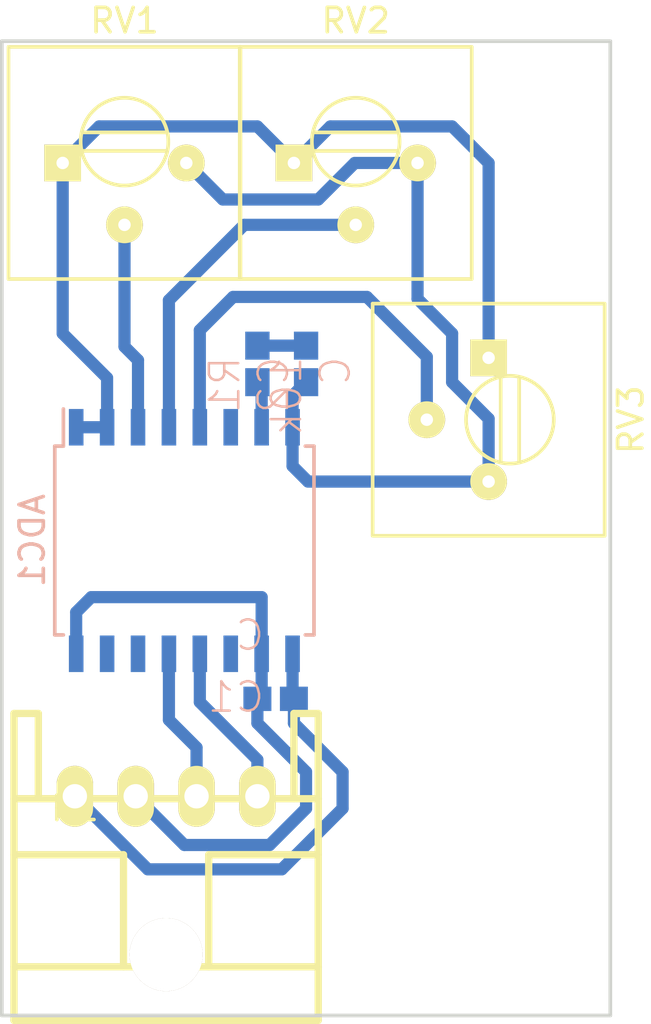
<source format=kicad_pcb>
(kicad_pcb (version 4) (host pcbnew 4.0.6)

  (general
    (links 23)
    (no_connects 3)
    (area 0 0 0 0)
    (thickness 1.6)
    (drawings 4)
    (tracks 65)
    (zones 0)
    (modules 8)
    (nets 9)
  )

  (page A4)
  (layers
    (0 F.Cu signal)
    (31 B.Cu signal)
    (32 B.Adhes user)
    (33 F.Adhes user)
    (34 B.Paste user)
    (35 F.Paste user)
    (36 B.SilkS user)
    (37 F.SilkS user)
    (38 B.Mask user)
    (39 F.Mask user)
    (40 Dwgs.User user)
    (41 Cmts.User user)
    (42 Eco1.User user)
    (43 Eco2.User user)
    (44 Edge.Cuts user)
    (45 Margin user)
    (46 B.CrtYd user)
    (47 F.CrtYd user)
    (48 B.Fab user)
    (49 F.Fab user)
  )

  (setup
    (last_trace_width 0.5)
    (user_trace_width 0.5)
    (user_trace_width 1)
    (trace_clearance 0.2)
    (zone_clearance 0.4)
    (zone_45_only no)
    (trace_min 0.2)
    (segment_width 0.2)
    (edge_width 0.15)
    (via_size 0.6)
    (via_drill 0.4)
    (via_min_size 0.4)
    (via_min_drill 0.3)
    (user_via 1.2 0.8)
    (uvia_size 0.3)
    (uvia_drill 0.1)
    (uvias_allowed no)
    (uvia_min_size 0.2)
    (uvia_min_drill 0.1)
    (pcb_text_width 0.3)
    (pcb_text_size 1.5 1.5)
    (mod_edge_width 0.15)
    (mod_text_size 1 1)
    (mod_text_width 0.15)
    (pad_size 1.524 1.524)
    (pad_drill 0.762)
    (pad_to_mask_clearance 0.2)
    (aux_axis_origin 0 0)
    (visible_elements 7FFFFFFF)
    (pcbplotparams
      (layerselection 0x00030_80000001)
      (usegerberextensions false)
      (excludeedgelayer true)
      (linewidth 0.100000)
      (plotframeref false)
      (viasonmask false)
      (mode 1)
      (useauxorigin false)
      (hpglpennumber 1)
      (hpglpenspeed 20)
      (hpglpendiameter 15)
      (hpglpenoverlay 2)
      (psnegative false)
      (psa4output false)
      (plotreference true)
      (plotvalue true)
      (plotinvisibletext false)
      (padsonsilk false)
      (subtractmaskfromsilk false)
      (outputformat 1)
      (mirror false)
      (drillshape 1)
      (scaleselection 1)
      (outputdirectory ""))
  )

  (net 0 "")
  (net 1 +3.3V)
  (net 2 /IN0)
  (net 3 /IN1)
  (net 4 /IN2)
  (net 5 "Net-(ADC1-Pad7)")
  (net 6 GND)
  (net 7 /TX)
  (net 8 /RX)

  (net_class Default "これは標準のネット クラスです。"
    (clearance 0.2)
    (trace_width 0.25)
    (via_dia 0.6)
    (via_drill 0.4)
    (uvia_dia 0.3)
    (uvia_drill 0.1)
    (add_net +3.3V)
    (add_net /IN0)
    (add_net /IN1)
    (add_net /IN2)
    (add_net /RX)
    (add_net /TX)
    (add_net GND)
    (add_net "Net-(ADC1-Pad7)")
  )

  (module Housings_SOIC:SOIC-16_7.5x10.3mm_Pitch1.27mm (layer B.Cu) (tedit 54130A77) (tstamp 58F5EB7F)
    (at 7.5 20.5 270)
    (descr "16-Lead Plastic Small Outline (SO) - Wide, 7.50 mm Body [SOIC] (see Microchip Packaging Specification 00000049BS.pdf)")
    (tags "SOIC 1.27")
    (path /58F5EA4E)
    (attr smd)
    (fp_text reference ADC1 (at 0 6.25 270) (layer B.SilkS)
      (effects (font (size 1 1) (thickness 0.15)) (justify mirror))
    )
    (fp_text value Si8900 (at 0 -6.25 270) (layer B.Fab)
      (effects (font (size 1 1) (thickness 0.15)) (justify mirror))
    )
    (fp_line (start -5.65 5.5) (end -5.65 -5.5) (layer B.CrtYd) (width 0.05))
    (fp_line (start 5.65 5.5) (end 5.65 -5.5) (layer B.CrtYd) (width 0.05))
    (fp_line (start -5.65 5.5) (end 5.65 5.5) (layer B.CrtYd) (width 0.05))
    (fp_line (start -5.65 -5.5) (end 5.65 -5.5) (layer B.CrtYd) (width 0.05))
    (fp_line (start -3.875 5.325) (end -3.875 4.97) (layer B.SilkS) (width 0.15))
    (fp_line (start 3.875 5.325) (end 3.875 4.97) (layer B.SilkS) (width 0.15))
    (fp_line (start 3.875 -5.325) (end 3.875 -4.97) (layer B.SilkS) (width 0.15))
    (fp_line (start -3.875 -5.325) (end -3.875 -4.97) (layer B.SilkS) (width 0.15))
    (fp_line (start -3.875 5.325) (end 3.875 5.325) (layer B.SilkS) (width 0.15))
    (fp_line (start -3.875 -5.325) (end 3.875 -5.325) (layer B.SilkS) (width 0.15))
    (fp_line (start -3.875 4.97) (end -5.4 4.97) (layer B.SilkS) (width 0.15))
    (pad 1 smd rect (at -4.65 4.445 270) (size 1.5 0.6) (layers B.Cu B.Paste B.Mask)
      (net 1 +3.3V))
    (pad 2 smd rect (at -4.65 3.175 270) (size 1.5 0.6) (layers B.Cu B.Paste B.Mask)
      (net 1 +3.3V))
    (pad 3 smd rect (at -4.65 1.905 270) (size 1.5 0.6) (layers B.Cu B.Paste B.Mask)
      (net 2 /IN0))
    (pad 4 smd rect (at -4.65 0.635 270) (size 1.5 0.6) (layers B.Cu B.Paste B.Mask)
      (net 3 /IN1))
    (pad 5 smd rect (at -4.65 -0.635 270) (size 1.5 0.6) (layers B.Cu B.Paste B.Mask)
      (net 4 /IN2))
    (pad 6 smd rect (at -4.65 -1.905 270) (size 1.5 0.6) (layers B.Cu B.Paste B.Mask))
    (pad 7 smd rect (at -4.65 -3.175 270) (size 1.5 0.6) (layers B.Cu B.Paste B.Mask)
      (net 5 "Net-(ADC1-Pad7)"))
    (pad 8 smd rect (at -4.65 -4.445 270) (size 1.5 0.6) (layers B.Cu B.Paste B.Mask)
      (net 6 GND))
    (pad 9 smd rect (at 4.65 -4.445 270) (size 1.5 0.6) (layers B.Cu B.Paste B.Mask)
      (net 6 GND))
    (pad 10 smd rect (at 4.65 -3.175 270) (size 1.5 0.6) (layers B.Cu B.Paste B.Mask)
      (net 1 +3.3V))
    (pad 11 smd rect (at 4.65 -1.905 270) (size 1.5 0.6) (layers B.Cu B.Paste B.Mask))
    (pad 12 smd rect (at 4.65 -0.635 270) (size 1.5 0.6) (layers B.Cu B.Paste B.Mask)
      (net 7 /TX))
    (pad 13 smd rect (at 4.65 0.635 270) (size 1.5 0.6) (layers B.Cu B.Paste B.Mask)
      (net 8 /RX))
    (pad 14 smd rect (at 4.65 1.905 270) (size 1.5 0.6) (layers B.Cu B.Paste B.Mask))
    (pad 15 smd rect (at 4.65 3.175 270) (size 1.5 0.6) (layers B.Cu B.Paste B.Mask))
    (pad 16 smd rect (at 4.65 4.445 270) (size 1.5 0.6) (layers B.Cu B.Paste B.Mask)
      (net 1 +3.3V))
    (model Housings_SOIC.3dshapes/SOIC-16_7.5x10.3mm_Pitch1.27mm.wrl
      (at (xyz 0 0 0))
      (scale (xyz 1 1 1))
      (rotate (xyz 0 0 0))
    )
  )

  (module RP_KiCAD_Libs:C1608_NP (layer B.Cu) (tedit 58C9EFDC) (tstamp 58F5EB85)
    (at 11.5 27)
    (descr <b>CAPACITOR</b>)
    (path /58F5F87D)
    (fp_text reference C1 (at -0.635 0.635) (layer B.SilkS)
      (effects (font (size 1.2065 1.2065) (thickness 0.1016)) (justify left bottom mirror))
    )
    (fp_text value C (at -0.635 -1.905) (layer B.SilkS)
      (effects (font (size 1.2065 1.2065) (thickness 0.1016)) (justify left bottom mirror))
    )
    (fp_line (start -0.356 0.432) (end 0.356 0.432) (layer Dwgs.User) (width 0.1016))
    (fp_line (start -0.356 -0.419) (end 0.356 -0.419) (layer Dwgs.User) (width 0.1016))
    (fp_poly (pts (xy -0.8382 -0.4699) (xy -0.3381 -0.4699) (xy -0.3381 0.4801) (xy -0.8382 0.4801)) (layer Dwgs.User) (width 0))
    (fp_poly (pts (xy 0.3302 -0.4699) (xy 0.8303 -0.4699) (xy 0.8303 0.4801) (xy 0.3302 0.4801)) (layer Dwgs.User) (width 0))
    (fp_poly (pts (xy -0.1999 -0.3) (xy 0.1999 -0.3) (xy 0.1999 0.3) (xy -0.1999 0.3)) (layer B.Adhes) (width 0))
    (pad 1 smd rect (at -1 0) (size 1.15 1) (layers B.Cu B.Paste B.Mask)
      (net 1 +3.3V))
    (pad 2 smd rect (at 0.5 0) (size 1.15 1) (layers B.Cu B.Paste B.Mask)
      (net 6 GND))
    (model Resistors_SMD.3dshapes/R_0603.wrl
      (at (xyz 0 0 0))
      (scale (xyz 1 1 1))
      (rotate (xyz 0 0 0))
    )
  )

  (module RP_KiCAD_Libs:C1608_NP (layer B.Cu) (tedit 58C9EFDC) (tstamp 58F5EB8B)
    (at 12.5 13.5 270)
    (descr <b>CAPACITOR</b>)
    (path /58F5EBE0)
    (fp_text reference C2 (at -0.635 0.635 270) (layer B.SilkS)
      (effects (font (size 1.2065 1.2065) (thickness 0.1016)) (justify left bottom mirror))
    )
    (fp_text value C (at -0.635 -1.905 270) (layer B.SilkS)
      (effects (font (size 1.2065 1.2065) (thickness 0.1016)) (justify left bottom mirror))
    )
    (fp_line (start -0.356 0.432) (end 0.356 0.432) (layer Dwgs.User) (width 0.1016))
    (fp_line (start -0.356 -0.419) (end 0.356 -0.419) (layer Dwgs.User) (width 0.1016))
    (fp_poly (pts (xy -0.8382 -0.4699) (xy -0.3381 -0.4699) (xy -0.3381 0.4801) (xy -0.8382 0.4801)) (layer Dwgs.User) (width 0))
    (fp_poly (pts (xy 0.3302 -0.4699) (xy 0.8303 -0.4699) (xy 0.8303 0.4801) (xy 0.3302 0.4801)) (layer Dwgs.User) (width 0))
    (fp_poly (pts (xy -0.1999 -0.3) (xy 0.1999 -0.3) (xy 0.1999 0.3) (xy -0.1999 0.3)) (layer B.Adhes) (width 0))
    (pad 1 smd rect (at -1 0 270) (size 1.15 1) (layers B.Cu B.Paste B.Mask)
      (net 1 +3.3V))
    (pad 2 smd rect (at 0.5 0 270) (size 1.15 1) (layers B.Cu B.Paste B.Mask)
      (net 6 GND))
    (model Resistors_SMD.3dshapes/R_0603.wrl
      (at (xyz 0 0 0))
      (scale (xyz 1 1 1))
      (rotate (xyz 0 0 0))
    )
  )

  (module RP_KiCAD_Connector:XA_4LC (layer F.Cu) (tedit 585B7649) (tstamp 58F5EB94)
    (at 3 31)
    (path /58F5F47B)
    (fp_text reference P1 (at 0 0.5) (layer F.SilkS)
      (effects (font (size 1 1) (thickness 0.15)))
    )
    (fp_text value CONN_01X04 (at 3.5 8) (layer F.Fab)
      (effects (font (size 1 1) (thickness 0.15)))
    )
    (fp_line (start 10 9.2) (end -2.5 9.2) (layer F.SilkS) (width 0.3))
    (fp_line (start 10 -3.4) (end 10 9.2) (layer F.SilkS) (width 0.3))
    (fp_line (start 9 0.1) (end 9 -3.4) (layer F.SilkS) (width 0.3))
    (fp_line (start 9 -3.4) (end 10 -3.4) (layer F.SilkS) (width 0.3))
    (fp_line (start -2.5 0.1) (end 10 0.1) (layer F.SilkS) (width 0.3))
    (fp_line (start 5.5 2.4) (end 5.5 7) (layer F.SilkS) (width 0.3))
    (fp_line (start 5.5 2.4) (end 10 2.4) (layer F.SilkS) (width 0.3))
    (fp_line (start 2 7) (end 2 2.4) (layer F.SilkS) (width 0.3))
    (fp_line (start 2 2.4) (end -2.5 2.4) (layer F.SilkS) (width 0.3))
    (fp_line (start -2.5 7) (end 10 7) (layer F.SilkS) (width 0.3))
    (fp_line (start -2.5 -3.4) (end -2.5 9.2) (layer F.SilkS) (width 0.3))
    (fp_line (start -2.5 -3.4) (end -1.5 -3.4) (layer F.SilkS) (width 0.3))
    (fp_line (start -1.5 -3.4) (end -1.5 0.1) (layer F.SilkS) (width 0.3))
    (pad 1 thru_hole oval (at 0 0) (size 1.5 2.5) (drill 1) (layers *.Cu *.Mask F.SilkS)
      (net 6 GND))
    (pad 2 thru_hole oval (at 2.5 0) (size 1.5 2.5) (drill 1) (layers *.Cu *.Mask F.SilkS)
      (net 1 +3.3V))
    (pad 3 thru_hole oval (at 5 0) (size 1.5 2.5) (drill 1) (layers *.Cu *.Mask F.SilkS)
      (net 8 /RX))
    (pad 4 thru_hole oval (at 7.5 0) (size 1.5 2.5) (drill 1) (layers *.Cu *.Mask F.SilkS)
      (net 7 /TX))
    (pad "" thru_hole circle (at 3.75 6.5) (size 3 3) (drill 3) (layers *.Cu *.Mask F.SilkS)
      (clearance -0.3))
    (model conn_XA/XA_4S.wrl
      (at (xyz 0.15 -0.2 0))
      (scale (xyz 4 4 4))
      (rotate (xyz 0 0 180))
    )
  )

  (module RP_KiCAD_Libs:C1608_NP (layer B.Cu) (tedit 58C9EFDC) (tstamp 58F5EB9A)
    (at 10.5 13.5 270)
    (descr <b>CAPACITOR</b>)
    (path /58F5EAA4)
    (fp_text reference R1 (at -0.635 0.635 270) (layer B.SilkS)
      (effects (font (size 1.2065 1.2065) (thickness 0.1016)) (justify left bottom mirror))
    )
    (fp_text value 10k (at -0.635 -1.905 270) (layer B.SilkS)
      (effects (font (size 1.2065 1.2065) (thickness 0.1016)) (justify left bottom mirror))
    )
    (fp_line (start -0.356 0.432) (end 0.356 0.432) (layer Dwgs.User) (width 0.1016))
    (fp_line (start -0.356 -0.419) (end 0.356 -0.419) (layer Dwgs.User) (width 0.1016))
    (fp_poly (pts (xy -0.8382 -0.4699) (xy -0.3381 -0.4699) (xy -0.3381 0.4801) (xy -0.8382 0.4801)) (layer Dwgs.User) (width 0))
    (fp_poly (pts (xy 0.3302 -0.4699) (xy 0.8303 -0.4699) (xy 0.8303 0.4801) (xy 0.3302 0.4801)) (layer Dwgs.User) (width 0))
    (fp_poly (pts (xy -0.1999 -0.3) (xy 0.1999 -0.3) (xy 0.1999 0.3) (xy -0.1999 0.3)) (layer B.Adhes) (width 0))
    (pad 1 smd rect (at -1 0 270) (size 1.15 1) (layers B.Cu B.Paste B.Mask)
      (net 1 +3.3V))
    (pad 2 smd rect (at 0.5 0 270) (size 1.15 1) (layers B.Cu B.Paste B.Mask)
      (net 5 "Net-(ADC1-Pad7)"))
    (model Resistors_SMD.3dshapes/R_0603.wrl
      (at (xyz 0 0 0))
      (scale (xyz 1 1 1))
      (rotate (xyz 0 0 0))
    )
  )

  (module Potentiometers:Potentiometer_Trimmer-Suntan-TSR-3386P (layer F.Cu) (tedit 53F6A994) (tstamp 58F5EBA1)
    (at 2.5 5)
    (path /58F5EEE0)
    (fp_text reference RV1 (at 2.54 -5.842) (layer F.SilkS)
      (effects (font (size 1 1) (thickness 0.15)))
    )
    (fp_text value POT (at 2.54 6.096) (layer F.Fab)
      (effects (font (size 1 1) (thickness 0.15)))
    )
    (fp_line (start 0.84 -1.255) (end 4.24 -1.255) (layer F.SilkS) (width 0.15))
    (fp_line (start 0.84 -0.495) (end 4.24 -0.495) (layer F.SilkS) (width 0.15))
    (fp_line (start -2.225 -4.765) (end 7.305 -4.765) (layer F.SilkS) (width 0.15))
    (fp_line (start 7.305 -4.765) (end 7.305 4.765) (layer F.SilkS) (width 0.15))
    (fp_line (start 7.305 4.765) (end -2.225 4.765) (layer F.SilkS) (width 0.15))
    (fp_line (start -2.225 4.765) (end -2.225 -4.765) (layer F.SilkS) (width 0.15))
    (fp_circle (center 2.54 -0.875) (end 4.115 0) (layer F.SilkS) (width 0.15))
    (pad 3 thru_hole circle (at 5.08 0) (size 1.51 1.51) (drill 0.51) (layers *.Cu *.Mask F.SilkS)
      (net 6 GND))
    (pad 1 thru_hole rect (at 0 0) (size 1.51 1.51) (drill 0.51) (layers *.Cu *.Mask F.SilkS)
      (net 1 +3.3V))
    (pad 2 thru_hole circle (at 2.54 2.54) (size 1.51 1.51) (drill 0.51) (layers *.Cu *.Mask F.SilkS)
      (net 2 /IN0))
  )

  (module Potentiometers:Potentiometer_Trimmer-Suntan-TSR-3386P (layer F.Cu) (tedit 53F6A994) (tstamp 58F5EBA8)
    (at 12 5)
    (path /58F5F27E)
    (fp_text reference RV2 (at 2.54 -5.842) (layer F.SilkS)
      (effects (font (size 1 1) (thickness 0.15)))
    )
    (fp_text value POT (at 2.54 6.096) (layer F.Fab)
      (effects (font (size 1 1) (thickness 0.15)))
    )
    (fp_line (start 0.84 -1.255) (end 4.24 -1.255) (layer F.SilkS) (width 0.15))
    (fp_line (start 0.84 -0.495) (end 4.24 -0.495) (layer F.SilkS) (width 0.15))
    (fp_line (start -2.225 -4.765) (end 7.305 -4.765) (layer F.SilkS) (width 0.15))
    (fp_line (start 7.305 -4.765) (end 7.305 4.765) (layer F.SilkS) (width 0.15))
    (fp_line (start 7.305 4.765) (end -2.225 4.765) (layer F.SilkS) (width 0.15))
    (fp_line (start -2.225 4.765) (end -2.225 -4.765) (layer F.SilkS) (width 0.15))
    (fp_circle (center 2.54 -0.875) (end 4.115 0) (layer F.SilkS) (width 0.15))
    (pad 3 thru_hole circle (at 5.08 0) (size 1.51 1.51) (drill 0.51) (layers *.Cu *.Mask F.SilkS)
      (net 6 GND))
    (pad 1 thru_hole rect (at 0 0) (size 1.51 1.51) (drill 0.51) (layers *.Cu *.Mask F.SilkS)
      (net 1 +3.3V))
    (pad 2 thru_hole circle (at 2.54 2.54) (size 1.51 1.51) (drill 0.51) (layers *.Cu *.Mask F.SilkS)
      (net 3 /IN1))
  )

  (module Potentiometers:Potentiometer_Trimmer-Suntan-TSR-3386P (layer F.Cu) (tedit 53F6A994) (tstamp 58F5EBAF)
    (at 20 13 270)
    (path /58F5F3C6)
    (fp_text reference RV3 (at 2.54 -5.842 270) (layer F.SilkS)
      (effects (font (size 1 1) (thickness 0.15)))
    )
    (fp_text value POT (at 2.54 6.096 270) (layer F.Fab)
      (effects (font (size 1 1) (thickness 0.15)))
    )
    (fp_line (start 0.84 -1.255) (end 4.24 -1.255) (layer F.SilkS) (width 0.15))
    (fp_line (start 0.84 -0.495) (end 4.24 -0.495) (layer F.SilkS) (width 0.15))
    (fp_line (start -2.225 -4.765) (end 7.305 -4.765) (layer F.SilkS) (width 0.15))
    (fp_line (start 7.305 -4.765) (end 7.305 4.765) (layer F.SilkS) (width 0.15))
    (fp_line (start 7.305 4.765) (end -2.225 4.765) (layer F.SilkS) (width 0.15))
    (fp_line (start -2.225 4.765) (end -2.225 -4.765) (layer F.SilkS) (width 0.15))
    (fp_circle (center 2.54 -0.875) (end 4.115 0) (layer F.SilkS) (width 0.15))
    (pad 3 thru_hole circle (at 5.08 0 270) (size 1.51 1.51) (drill 0.51) (layers *.Cu *.Mask F.SilkS)
      (net 6 GND))
    (pad 1 thru_hole rect (at 0 0 270) (size 1.51 1.51) (drill 0.51) (layers *.Cu *.Mask F.SilkS)
      (net 1 +3.3V))
    (pad 2 thru_hole circle (at 2.54 2.54 270) (size 1.51 1.51) (drill 0.51) (layers *.Cu *.Mask F.SilkS)
      (net 4 /IN2))
  )

  (gr_line (start 0 40) (end 0 0) (angle 90) (layer Edge.Cuts) (width 0.15))
  (gr_line (start 25 40) (end 0 40) (angle 90) (layer Edge.Cuts) (width 0.15))
  (gr_line (start 25 0) (end 25 40) (angle 90) (layer Edge.Cuts) (width 0.15))
  (gr_line (start 0 0) (end 25 0) (angle 90) (layer Edge.Cuts) (width 0.15))

  (segment (start 5.5 31) (end 7.5 33) (width 0.5) (layer B.Cu) (net 1) (status 400000))
  (segment (start 10.5 28) (end 10.5 27) (width 0.5) (layer B.Cu) (net 1) (tstamp 58F5EDC9) (status 800000))
  (segment (start 12.5 30) (end 10.5 28) (width 0.5) (layer B.Cu) (net 1) (tstamp 58F5EDC8))
  (segment (start 12.5 31.5) (end 12.5 30) (width 0.5) (layer B.Cu) (net 1) (tstamp 58F5EDC7))
  (segment (start 11 33) (end 12.5 31.5) (width 0.5) (layer B.Cu) (net 1) (tstamp 58F5EDC6))
  (segment (start 7.5 33) (end 11 33) (width 0.5) (layer B.Cu) (net 1) (tstamp 58F5EDC4))
  (segment (start 10.675 25.15) (end 10.675 26.825) (width 0.5) (layer B.Cu) (net 1) (status C00000))
  (segment (start 10.675 26.825) (end 10.5 27) (width 0.5) (layer B.Cu) (net 1) (tstamp 58F5EDB4) (status C00000))
  (segment (start 2.5 5) (end 2.5 12) (width 0.5) (layer B.Cu) (net 1))
  (segment (start 4.325 13.825) (end 4.325 15.85) (width 0.5) (layer B.Cu) (net 1) (tstamp 58F5ED7F))
  (segment (start 2.5 12) (end 4.325 13.825) (width 0.5) (layer B.Cu) (net 1) (tstamp 58F5ED7E))
  (segment (start 12 5) (end 10.5 3.5) (width 0.5) (layer B.Cu) (net 1))
  (segment (start 4 3.5) (end 2.5 5) (width 0.5) (layer B.Cu) (net 1) (tstamp 58F5ED77))
  (segment (start 10.5 3.5) (end 4 3.5) (width 0.5) (layer B.Cu) (net 1) (tstamp 58F5ED76))
  (segment (start 20 13) (end 20 5) (width 0.5) (layer B.Cu) (net 1))
  (segment (start 13.5 3.5) (end 12 5) (width 0.5) (layer B.Cu) (net 1) (tstamp 58F5ED72))
  (segment (start 18.5 3.5) (end 13.5 3.5) (width 0.5) (layer B.Cu) (net 1) (tstamp 58F5ED70))
  (segment (start 20 5) (end 18.5 3.5) (width 0.5) (layer B.Cu) (net 1) (tstamp 58F5ED6E))
  (segment (start 3.055 15.85) (end 4.325 15.85) (width 0.5) (layer B.Cu) (net 1))
  (segment (start 3.055 25.15) (end 3.055 23.445) (width 0.5) (layer B.Cu) (net 1))
  (segment (start 3.675 22.825) (end 10.675 22.825) (width 0.5) (layer B.Cu) (net 1) (tstamp 58F5ED41))
  (segment (start 3.055 23.445) (end 3.675 22.825) (width 0.5) (layer B.Cu) (net 1) (tstamp 58F5ED40))
  (segment (start 10.675 22.825) (end 10.675 25.15) (width 0.5) (layer B.Cu) (net 1) (tstamp 58F5ED3C))
  (segment (start 10.5 12.5) (end 12.5 12.5) (width 0.5) (layer B.Cu) (net 1))
  (segment (start 5.595 15.85) (end 5.595 13.095) (width 0.5) (layer B.Cu) (net 2))
  (segment (start 5.04 12.54) (end 5.04 7.54) (width 0.5) (layer B.Cu) (net 2) (tstamp 58F5ED4F))
  (segment (start 5.595 13.095) (end 5.04 12.54) (width 0.5) (layer B.Cu) (net 2) (tstamp 58F5ED4E))
  (segment (start 6.865 15.85) (end 6.865 10.635) (width 0.5) (layer B.Cu) (net 3))
  (segment (start 9.96 7.54) (end 14.54 7.54) (width 0.5) (layer B.Cu) (net 3) (tstamp 58F5ED54))
  (segment (start 6.865 10.635) (end 9.96 7.54) (width 0.5) (layer B.Cu) (net 3) (tstamp 58F5ED52))
  (segment (start 8.135 15.85) (end 8.135 11.865) (width 0.5) (layer B.Cu) (net 4))
  (segment (start 17.46 12.96) (end 17.46 15.54) (width 0.5) (layer B.Cu) (net 4) (tstamp 58F5ED5C))
  (segment (start 15 10.5) (end 17.46 12.96) (width 0.5) (layer B.Cu) (net 4) (tstamp 58F5ED5A))
  (segment (start 9.5 10.5) (end 15 10.5) (width 0.5) (layer B.Cu) (net 4) (tstamp 58F5ED59))
  (segment (start 8.135 11.865) (end 9.5 10.5) (width 0.5) (layer B.Cu) (net 4) (tstamp 58F5ED58))
  (segment (start 10.5 14) (end 10.675 14.175) (width 0.5) (layer B.Cu) (net 5) (status C00000))
  (segment (start 10.675 14.175) (end 10.675 15.85) (width 0.5) (layer B.Cu) (net 5) (tstamp 58F5EDD3) (status C00000))
  (segment (start 11.945 15.85) (end 11.945 17.445) (width 0.5) (layer B.Cu) (net 6) (status 400000))
  (segment (start 12.58 18.08) (end 20 18.08) (width 0.5) (layer B.Cu) (net 6) (tstamp 58F5EDDF) (status 800000))
  (segment (start 11.945 17.445) (end 12.58 18.08) (width 0.5) (layer B.Cu) (net 6) (tstamp 58F5EDDE))
  (segment (start 11.945 15.85) (end 11.945 14.555) (width 0.5) (layer B.Cu) (net 6) (status 400000))
  (segment (start 11.945 14.555) (end 12.5 14) (width 0.5) (layer B.Cu) (net 6) (tstamp 58F5EDD0) (status 800000))
  (segment (start 12 27) (end 12 28) (width 0.5) (layer B.Cu) (net 6) (status 400000))
  (segment (start 6 34) (end 3 31) (width 0.5) (layer B.Cu) (net 6) (tstamp 58F5EDC0) (status 800000))
  (segment (start 11.5 34) (end 6 34) (width 0.5) (layer B.Cu) (net 6) (tstamp 58F5EDBE))
  (segment (start 14 31.5) (end 11.5 34) (width 0.5) (layer B.Cu) (net 6) (tstamp 58F5EDBD))
  (segment (start 14 30) (end 14 31.5) (width 0.5) (layer B.Cu) (net 6) (tstamp 58F5EDBB))
  (segment (start 12 28) (end 14 30) (width 0.5) (layer B.Cu) (net 6) (tstamp 58F5EDBA))
  (segment (start 11.945 25.15) (end 11.945 26.945) (width 0.5) (layer B.Cu) (net 6) (status C00000))
  (segment (start 11.945 26.945) (end 12 27) (width 0.5) (layer B.Cu) (net 6) (tstamp 58F5EDB7) (status C00000))
  (segment (start 17.08 5) (end 17.08 10.58) (width 0.5) (layer B.Cu) (net 6))
  (segment (start 17.08 10.58) (end 18.5 12) (width 0.5) (layer B.Cu) (net 6) (tstamp 58F5ED68))
  (segment (start 18.5 12) (end 18.5 14) (width 0.5) (layer B.Cu) (net 6) (tstamp 58F5ED69))
  (segment (start 18.5 14) (end 20 15.5) (width 0.5) (layer B.Cu) (net 6) (tstamp 58F5ED6A))
  (segment (start 20 15.5) (end 20 18.08) (width 0.5) (layer B.Cu) (net 6) (tstamp 58F5ED6B))
  (segment (start 7.58 5) (end 9.08 6.5) (width 0.5) (layer B.Cu) (net 6))
  (segment (start 14.5 5) (end 17.08 5) (width 0.5) (layer B.Cu) (net 6) (tstamp 58F5ED65))
  (segment (start 13 6.5) (end 14.5 5) (width 0.5) (layer B.Cu) (net 6) (tstamp 58F5ED64))
  (segment (start 9.08 6.5) (end 13 6.5) (width 0.5) (layer B.Cu) (net 6) (tstamp 58F5ED63))
  (segment (start 8.135 25.15) (end 8.135 27.135) (width 0.5) (layer B.Cu) (net 7) (status 400000))
  (segment (start 10.5 29.5) (end 10.5 31) (width 0.5) (layer B.Cu) (net 7) (tstamp 58F5EDB0) (status 800000))
  (segment (start 8.135 27.135) (end 10.5 29.5) (width 0.5) (layer B.Cu) (net 7) (tstamp 58F5EDAF))
  (segment (start 6.865 25.15) (end 6.865 27.865) (width 0.5) (layer B.Cu) (net 8) (status 400000))
  (segment (start 8 29) (end 8 31) (width 0.5) (layer B.Cu) (net 8) (tstamp 58F5EDAC) (status 800000))
  (segment (start 6.865 27.865) (end 8 29) (width 0.5) (layer B.Cu) (net 8) (tstamp 58F5EDAB))

)

</source>
